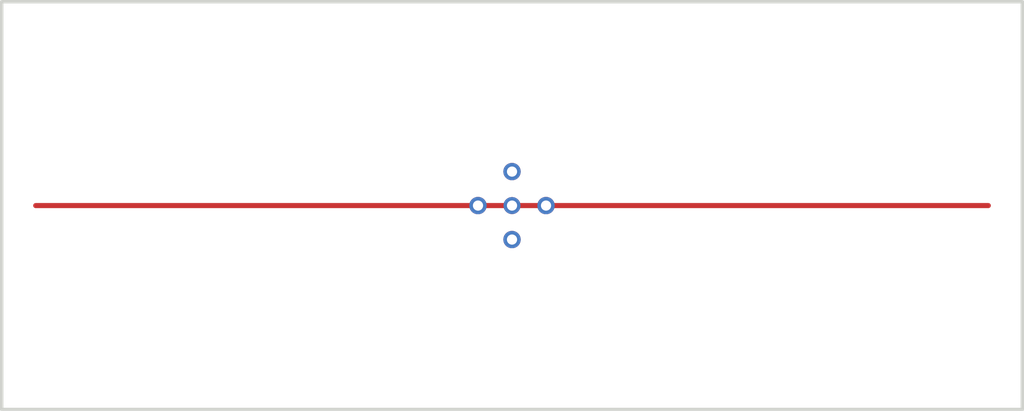
<source format=kicad_pcb>
(kicad_pcb
  (version 20240101)
  (generator coupongen)
  (general
    (thickness 1.6))
  (paper A4)
  (layers
    (0 F.Cu signal)
    (1 In1.Cu signal)
    (2 In2.Cu signal)
    (31 B.Cu signal)
    (32 B.Adhes user)
    (33 F.Adhes user)
    (34 B.Paste user)
    (35 F.Paste user)
    (36 B.SilkS user)
    (37 F.SilkS user)
    (38 B.Mask user)
    (39 F.Mask user)
    (40 Dwgs.User user)
    (41 Cmts.User user)
    (42 Eco1.User user)
    (43 Eco2.User user)
    (44 Edge.Cuts user)
    (45 Margin user)
    (46 B.CrtYd user)
    (47 F.CrtYd user)
    (48 B.Fab user)
    (49 F.Fab user))
  (net
    0
    "")
  (net
    1
    SIG)
  (net
    2
    GND)
  (gr_rect
    (start 0 -6)
    (end 30 6)
    (layer
      Edge.Cuts)
    (width 0.1)
    (tstamp 697aa7f2-1b8a-5f59-b1d6-5e089c49c8ed))
  (footprint
    Coupongen_Connectors:SMA_EndLaunch_Generic
    (layer
      F.Cu)
    (at
      1
      0
      0)
    (tstamp 9c378f12-3e7f-5b2d-af21-bc0302c4d1a1))
  (footprint
    Coupongen_Connectors:SMA_EndLaunch_Generic
    (layer
      F.Cu)
    (at
      29
      0
      180)
    (tstamp a5d226b7-5d3d-519a-9e9a-1759b7a3d918))
  (segment
    (start 1 0)
    (end 15 0)
    (width 0.15)
    (layer
      F.Cu)
    (net
      1)
    (tstamp 53f70853-2baa-5ba9-b66d-754ee891899a))
  (segment
    (start 15 0)
    (end 29 0)
    (width 0.15)
    (layer
      F.Cu)
    (net
      1)
    (tstamp 3aff7d59-32f1-55bf-b3ca-40e1f431f912))
  (via
    (at 15 0)
    (size 0.5)
    (drill 0.3)
    (layers
      F.Cu
      B.Cu)
    (net
      1)
    (tstamp bd221253-13e9-5f30-815f-524bbcec28b4))
  (via
    (at 16 0)
    (size 0.51)
    (drill 0.3)
    (layers
      F.Cu
      B.Cu)
    (net
      2)
    (tstamp b7df4407-a210-55aa-bc1f-56460d27a381))
  (via
    (at 15 1)
    (size 0.51)
    (drill 0.3)
    (layers
      F.Cu
      B.Cu)
    (net
      2)
    (tstamp c6f6bba1-7878-5fc5-bbd0-c02b94d9f17e))
  (via
    (at 14 0)
    (size 0.51)
    (drill 0.3)
    (layers
      F.Cu
      B.Cu)
    (net
      2)
    (tstamp b5212b21-4436-5578-96db-606a27f2a802))
  (via
    (at 15 -1)
    (size 0.51)
    (drill 0.3)
    (layers
      F.Cu
      B.Cu)
    (net
      2)
    (tstamp 7892e9e9-abf1-57b2-a580-a5ace0fd330c))
  (zone
    (net
      0)
    (net_name "")
    (layer
      In1.Cu)
    (tstamp d4186e1a-9439-587b-ac81-6b4181a2b092)
    (hatch edge 0.5)
    (priority 0)
    (connect_pads (clearance 0))
    (min_thickness 0.1)
    (filled_areas_thickness no)
    (keepout
      (tracks not_allowed)
      (vias not_allowed)
      (pads not_allowed)
      (copperpour not_allowed)
      (footprints allowed))
    (fill (thermal_gap 0.5) (thermal_bridge_width 0.5))
    (polygon
      (pts
        (xy 15.48 0)
        (xy 15.470776 0.093643)
        (xy 15.443462 0.183688)
        (xy 15.399105 0.266673)
        (xy 15.339411 0.339411)
        (xy 15.266673 0.399105)
        (xy 15.183688 0.443462)
        (xy 15.093643 0.470776)
        (xy 15 0.48)
        (xy 14.906357 0.470776)
        (xy 14.816312 0.443462)
        (xy 14.733327 0.399105)
        (xy 14.660589 0.339411)
        (xy 14.600895 0.266673)
        (xy 14.556538 0.183688)
        (xy 14.529224 0.093643)
        (xy 14.52 0)
        (xy 14.529224 -0.093643)
        (xy 14.556538 -0.183688)
        (xy 14.600895 -0.266673)
        (xy 14.660589 -0.339411)
        (xy 14.733327 -0.399105)
        (xy 14.816312 -0.443462)
        (xy 14.906357 -0.470776)
        (xy 15 -0.48)
        (xy 15.093643 -0.470776)
        (xy 15.183688 -0.443462)
        (xy 15.266673 -0.399105)
        (xy 15.339411 -0.339411)
        (xy 15.399105 -0.266673)
        (xy 15.443462 -0.183688)
        (xy 15.470776 -0.093643))))
  (zone
    (net
      0)
    (net_name "")
    (layer
      In2.Cu)
    (tstamp 073717a7-6d03-5a5e-a9a7-6a414414b0ce)
    (hatch edge 0.5)
    (priority 0)
    (connect_pads (clearance 0))
    (min_thickness 0.1)
    (filled_areas_thickness no)
    (keepout
      (tracks not_allowed)
      (vias not_allowed)
      (pads not_allowed)
      (copperpour not_allowed)
      (footprints allowed))
    (fill (thermal_gap 0.5) (thermal_bridge_width 0.5))
    (polygon
      (pts
        (xy 15.48 0)
        (xy 15.470776 0.093643)
        (xy 15.443462 0.183688)
        (xy 15.399105 0.266673)
        (xy 15.339411 0.339411)
        (xy 15.266673 0.399105)
        (xy 15.183688 0.443462)
        (xy 15.093643 0.470776)
        (xy 15 0.48)
        (xy 14.906357 0.470776)
        (xy 14.816312 0.443462)
        (xy 14.733327 0.399105)
        (xy 14.660589 0.339411)
        (xy 14.600895 0.266673)
        (xy 14.556538 0.183688)
        (xy 14.529224 0.093643)
        (xy 14.52 0)
        (xy 14.529224 -0.093643)
        (xy 14.556538 -0.183688)
        (xy 14.600895 -0.266673)
        (xy 14.660589 -0.339411)
        (xy 14.733327 -0.399105)
        (xy 14.816312 -0.443462)
        (xy 14.906357 -0.470776)
        (xy 15 -0.48)
        (xy 15.093643 -0.470776)
        (xy 15.183688 -0.443462)
        (xy 15.266673 -0.399105)
        (xy 15.339411 -0.339411)
        (xy 15.399105 -0.266673)
        (xy 15.443462 -0.183688)
        (xy 15.470776 -0.093643)))))
</source>
